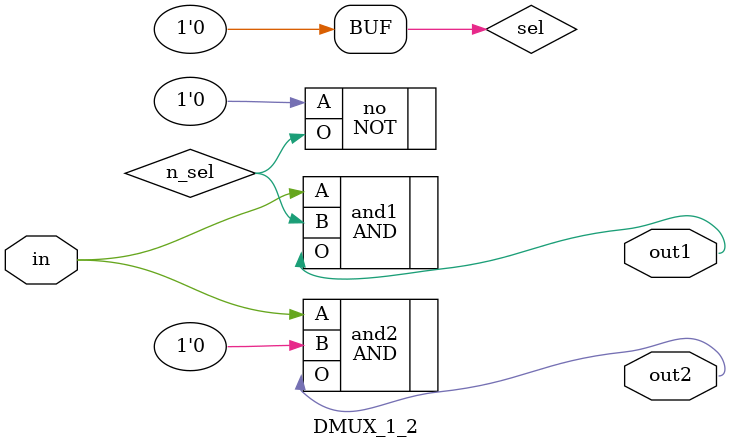
<source format=v>


module DMUX_1_2(
in,
// sel,
out1,
out2
);

input in;

output out1;
output out2;

reg sel;

initial
begin
sel = 0;
end

wire n_sel;


NOT no(.A(sel),.O(n_sel));
AND and1(.A(in),.B(n_sel),.O(out1));
AND and2(.A(in),.B(sel),.O(out2));




endmodule









</source>
